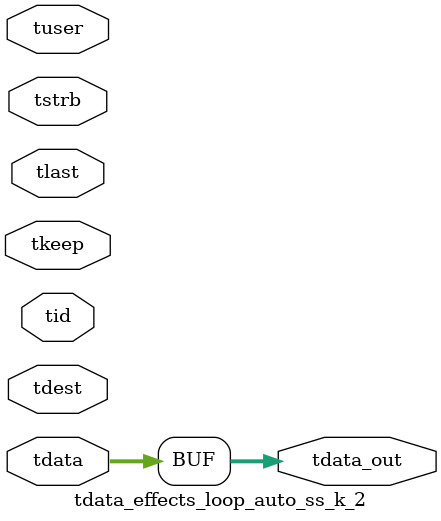
<source format=v>


`timescale 1ps/1ps

module tdata_effects_loop_auto_ss_k_2 #
(
parameter C_S_AXIS_TDATA_WIDTH = 32,
parameter C_S_AXIS_TUSER_WIDTH = 0,
parameter C_S_AXIS_TID_WIDTH   = 0,
parameter C_S_AXIS_TDEST_WIDTH = 0,
parameter C_M_AXIS_TDATA_WIDTH = 32
)
(
input  [(C_S_AXIS_TDATA_WIDTH == 0 ? 1 : C_S_AXIS_TDATA_WIDTH)-1:0     ] tdata,
input  [(C_S_AXIS_TUSER_WIDTH == 0 ? 1 : C_S_AXIS_TUSER_WIDTH)-1:0     ] tuser,
input  [(C_S_AXIS_TID_WIDTH   == 0 ? 1 : C_S_AXIS_TID_WIDTH)-1:0       ] tid,
input  [(C_S_AXIS_TDEST_WIDTH == 0 ? 1 : C_S_AXIS_TDEST_WIDTH)-1:0     ] tdest,
input  [(C_S_AXIS_TDATA_WIDTH/8)-1:0 ] tkeep,
input  [(C_S_AXIS_TDATA_WIDTH/8)-1:0 ] tstrb,
input                                                                    tlast,
output [C_M_AXIS_TDATA_WIDTH-1:0] tdata_out
);

assign tdata_out = {tdata[63:0]};

endmodule


</source>
